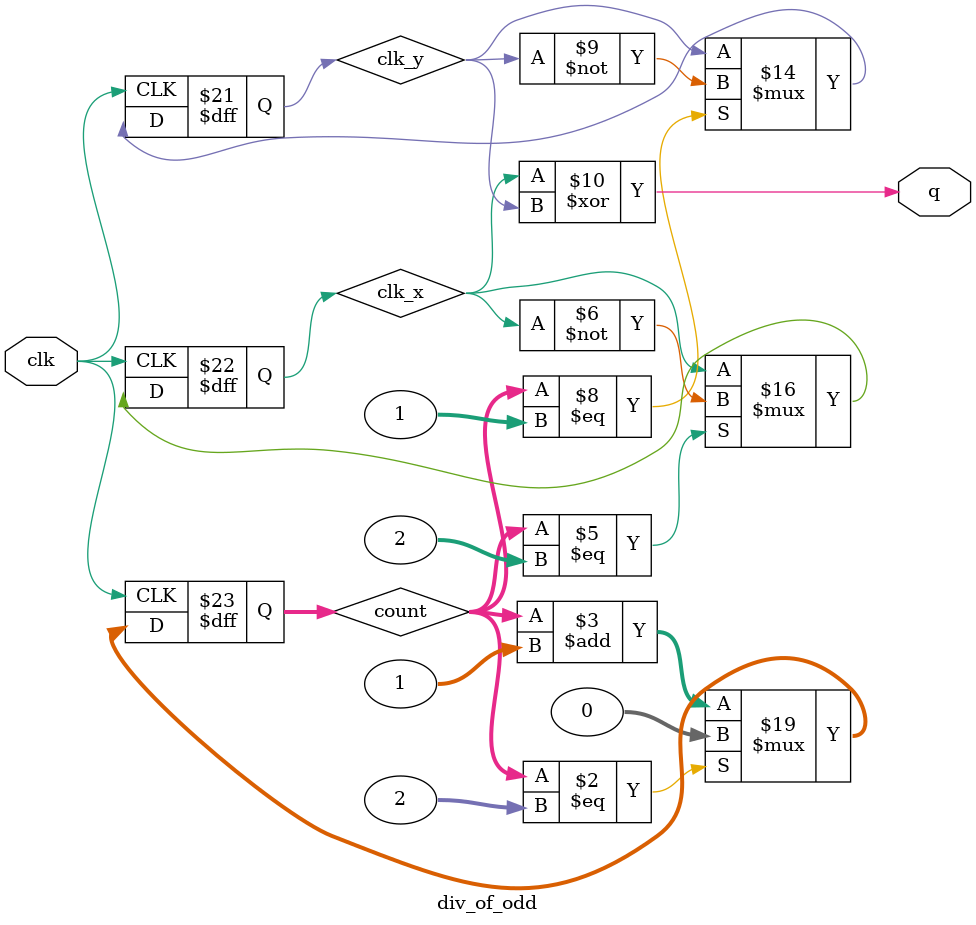
<source format=v>
module div_of_odd(
input clk,
output q
);
parameter n = 3;
integer count = 0;

always@(posedge clk)
	if(count == n-1)
		count<=0;
	else
		count<=count+1;
		
reg clk_x=0,clk_y=0;

always@(posedge clk)
	if(count==n-1)
		clk_x<=~clk_x;
always@(negedge clk)
	if(count == (n-1)/2)
		clk_y<=~clk_y;
	
assign q = clk_x ^ clk_y ;


endmodule

</source>
